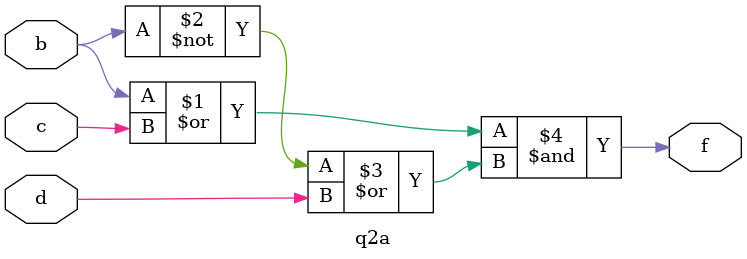
<source format=v>
module q2a(b, c, d, f);
	input b, c, d;
	output f;
	assign f = (b | c) & (~b | d);
endmodule

</source>
